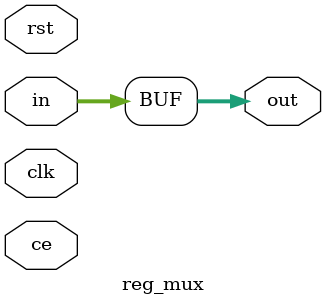
<source format=v>
module reg_mux(in,out,clk,ce,rst);
parameter WIDTH=18;
parameter PIPELINE=0; 
parameter RESET_TYPE="SYNC"; //or ASYNC
input[WIDTH-1:0] in;
input clk,ce,rst;
output reg[WIDTH-1:0] out;
generate
	if(PIPELINE && RESET_TYPE=="SYNC") begin
		always @(posedge clk) begin
			if(rst) begin
				out<=0;
			end
			else if(ce) begin
				out<=in;
			end
		end
	end
endgenerate
generate
	if(PIPELINE && RESET_TYPE=="ASYNC") begin
		always @(posedge clk or posedge rst) begin
			if (rst) begin
				out<=0;
			end
			else if (ce) begin
				out<=in;
			end
		end
	end
endgenerate
generate
	if(PIPELINE==0) begin
		always @(*) begin
			out=in;
		end
	end
endgenerate
endmodule
</source>
